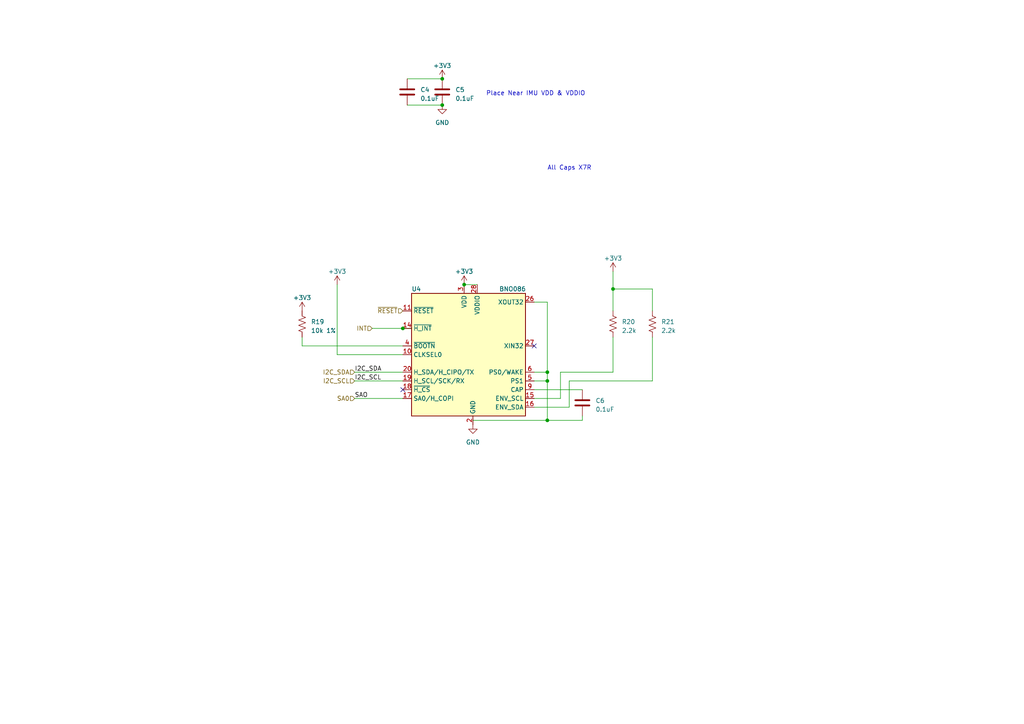
<source format=kicad_sch>
(kicad_sch (version 20230121) (generator eeschema)
  (paper "A4")
  (lib_symbols
    (symbol "Device:C" (pin_numbers hide) (pin_names (offset 0.254))
      (property "Reference" "C" (at 0.635 2.54 0))
      (property "Value" "C" (at 0.635 -2.54 0))
      (symbol "C_0_1"
        (polyline (pts (xy -2.032 -0.762) (xy 2.032 -0.762)) (stroke (width 0.508)))
        (polyline (pts (xy -2.032 0.762) (xy 2.032 0.762)) (stroke (width 0.508)))
      )
      (symbol "C_1_1"
        (pin passive line (at 0 3.81 270) (length 2.794) (name "~") (number "1"))
        (pin passive line (at 0 -3.81 90) (length 2.794) (name "~") (number "2"))
      )
    )
    (symbol "Device:R_US" (pin_numbers hide) (pin_names (offset 0))
      (property "Reference" "R" (at 2.54 0 90))
      (property "Value" "R_US" (at -2.54 0 90))
      (symbol "R_US_0_1"
        (polyline (pts (xy 0 -2.286) (xy 0 -2.54)))
        (polyline (pts (xy 0 2.286) (xy 0 2.54)))
        (polyline (pts (xy 0 -0.762) (xy 1.016 -1.143) (xy 0 -1.524) (xy -1.016 -1.905) (xy 0 -2.286)))
        (polyline (pts (xy 0 0.762) (xy 1.016 0.381) (xy 0 0) (xy -1.016 -0.381) (xy 0 -0.762)))
        (polyline (pts (xy 0 2.286) (xy 1.016 1.905) (xy 0 1.524) (xy -1.016 1.143) (xy 0 0.762)))
      )
      (symbol "R_US_1_1"
        (pin passive line (at 0 3.81 270) (length 1.27) (name "~") (number "1"))
        (pin passive line (at 0 -3.81 90) (length 1.27) (name "~") (number "2"))
      )
    )
    (symbol "Eros Tracker:BNO086"
      (property "Reference" "U?" (at -15.24 16.51 0))
      (property "Value" "BNO086" (at 15.24 16.51 0))
      (symbol "BNO086_0_1"
        (rectangle (start -17.78 15.24) (end 15.24 -20.32) (stroke (width 0.254)) (fill (type background)))
      )
      (symbol "BNO086_1_1"
        (pin no_connect line (at -17.78 7.62 0) (length 2.54) hide (name "PIN1") (number "1"))
        (pin input line (at -20.32 -2.54 0) (length 2.54) (name "CLKSEL0") (number "10"))
        (pin input line (at -20.32 10.16 0) (length 2.54) (name "~{RESET}") (number "11"))
        (pin no_connect line (at 15.24 10.16 180) (length 2.54) hide (name "PIN12") (number "12"))
        (pin no_connect line (at 15.24 7.62 180) (length 2.54) hide (name "PIN13") (number "13"))
        (pin output line (at -20.32 5.08 0) (length 2.54) (name "~{H_INT}") (number "14"))
        (pin bidirectional line (at 17.78 -15.24 180) (length 2.54) (name "ENV_SCL") (number "15"))
        (pin bidirectional line (at 17.78 -17.78 180) (length 2.54) (name "ENV_SDA") (number "16"))
        (pin input line (at -20.32 -15.24 0) (length 2.54) (name "SA0/H_COPI") (number "17"))
        (pin passive line (at -20.32 -12.7 0) (length 2.54) (name "~{H_CS}") (number "18"))
        (pin bidirectional line (at -20.32 -10.16 0) (length 2.54) (name "H_SCL/SCK/RX") (number "19"))
        (pin power_in line (at 0 -22.86 90) (length 2.54) (name "GND") (number "2"))
        (pin bidirectional line (at -20.32 -7.62 0) (length 2.54) (name "H_SDA/H_CIPO/TX") (number "20"))
        (pin no_connect line (at 15.24 5.08 180) (length 2.54) hide (name "PIN21") (number "21"))
        (pin no_connect line (at 15.24 2.54 180) (length 2.54) hide (name "PIN22") (number "22"))
        (pin no_connect line (at 15.24 -2.54 180) (length 2.54) hide (name "PIN23") (number "23"))
        (pin no_connect line (at 15.24 -5.08 180) (length 2.54) hide (name "PIN24") (number "24"))
        (pin power_in line (at 0 -22.86 90) (length 2.54) hide (name "GNDIO") (number "25"))
        (pin output line (at 17.78 12.7 180) (length 2.54) (name "XOUT32") (number "26"))
        (pin input line (at 17.78 0 180) (length 2.54) (name "XIN32") (number "27"))
        (pin power_in line (at 1.27 17.78 270) (length 2.54) (name "VDDIO") (number "28"))
        (pin power_in line (at -2.54 17.78 270) (length 2.54) (name "VDD") (number "3"))
        (pin input line (at -20.32 0 0) (length 2.54) (name "~{BOOTN}") (number "4"))
        (pin input line (at 17.78 -10.16 180) (length 2.54) (name "PS1") (number "5"))
        (pin input line (at 17.78 -7.62 180) (length 2.54) (name "PS0/WAKE") (number "6"))
        (pin no_connect line (at -17.78 2.54 0) (length 2.54) hide (name "PIN7") (number "7"))
        (pin no_connect line (at -17.78 -5.08 0) (length 2.54) hide (name "PIN8") (number "8"))
        (pin passive line (at 17.78 -12.7 180) (length 2.54) (name "CAP") (number "9"))
      )
    )
    (symbol "power:+3V3" (power) (pin_names (offset 0))
      (property "Value" "+3V3" (at 0 3.556 0))
      (symbol "+3V3_0_1"
        (polyline (pts (xy -0.762 1.27) (xy 0 2.54)))
        (polyline (pts (xy 0 0) (xy 0 2.54)))
        (polyline (pts (xy 0 2.54) (xy 0.762 1.27)))
      )
      (symbol "+3V3_1_1"
        (pin power_in line (at 0 0 90) (length 0) hide (name "+3V3") (number "1"))
      )
    )
    (symbol "power:GND" (power) (pin_names (offset 0))
      (property "Value" "GND" (at 0 -3.81 0))
      (symbol "GND_0_1"
        (polyline (pts (xy 0 0) (xy 0 -1.27) (xy 1.27 -1.27) (xy 0 -2.54) (xy -1.27 -1.27) (xy 0 -1.27)))
      )
      (symbol "GND_1_1"
        (pin power_in line (at 0 0 270) (length 0) hide (name "GND") (number "1"))
      )
    )
  )
  (junction (at 158.75 107.95))
  (junction (at 116.84 95.25))
  (junction (at 128.27 30.48))
  (junction (at 177.8 83.82))
  (junction (at 158.75 121.92))
  (junction (at 128.27 22.86))
  (junction (at 134.62 82.55))
  (junction (at 158.75 110.49))
  (no_connect (at 116.84 113.03))
  (no_connect (at 154.94 100.33))
  (wire (pts (xy 87.63 100.33) (xy 87.63 97.79)))
  (wire (pts (xy 154.94 113.03) (xy 168.91 113.03)))
  (wire (pts (xy 162.56 115.57) (xy 154.94 115.57)))
  (wire (pts (xy 134.62 82.55) (xy 138.43 82.55)))
  (wire (pts (xy 158.75 107.95) (xy 158.75 110.49)))
  (wire (pts (xy 162.56 107.95) (xy 162.56 115.57)))
  (wire (pts (xy 116.84 100.33) (xy 87.63 100.33)))
  (wire (pts (xy 102.87 110.49) (xy 116.84 110.49)))
  (wire (pts (xy 107.95 95.25) (xy 116.84 95.25)))
  (wire (pts (xy 97.79 102.87) (xy 116.84 102.87)))
  (wire (pts (xy 154.94 87.63) (xy 158.75 87.63)))
  (wire (pts (xy 97.79 82.55) (xy 97.79 102.87)))
  (wire (pts (xy 118.11 22.86) (xy 128.27 22.86)))
  (wire (pts (xy 189.23 110.49) (xy 165.1 110.49)))
  (wire (pts (xy 154.94 110.49) (xy 158.75 110.49)))
  (wire (pts (xy 118.11 30.48) (xy 128.27 30.48)))
  (wire (pts (xy 177.8 97.79) (xy 177.8 107.95)))
  (wire (pts (xy 189.23 97.79) (xy 189.23 110.49)))
  (wire (pts (xy 177.8 78.74) (xy 177.8 83.82)))
  (wire (pts (xy 165.1 110.49) (xy 165.1 118.11)))
  (wire (pts (xy 116.84 95.25) (xy 119.38 95.25)))
  (wire (pts (xy 189.23 90.17) (xy 189.23 83.82)))
  (wire (pts (xy 158.75 110.49) (xy 158.75 121.92)))
  (wire (pts (xy 158.75 87.63) (xy 158.75 107.95)))
  (wire (pts (xy 158.75 121.92) (xy 168.91 121.92)))
  (wire (pts (xy 102.87 115.57) (xy 116.84 115.57)))
  (wire (pts (xy 168.91 120.65) (xy 168.91 121.92)))
  (wire (pts (xy 137.16 121.92) (xy 158.75 121.92)))
  (wire (pts (xy 165.1 118.11) (xy 154.94 118.11)))
  (wire (pts (xy 177.8 83.82) (xy 189.23 83.82)))
  (wire (pts (xy 177.8 107.95) (xy 162.56 107.95)))
  (wire (pts (xy 177.8 83.82) (xy 177.8 90.17)))
  (wire (pts (xy 102.87 107.95) (xy 116.84 107.95)))
  (wire (pts (xy 154.94 107.95) (xy 158.75 107.95)))
  (text "Place Near IMU VDD & VDDIO\n" (at 140.97 27.94 0) (effects (font (size 1.27 1.27)) (justify left bottom)))
  (text "All Caps X7R" (at 158.75 49.53 0) (effects (font (size 1.27 1.27)) (justify left bottom)))
  (label "I2C_SCL" (at 102.87 110.49 0))
  (label "I2C_SDA" (at 102.87 107.95 0))
  (label "SAO" (at 102.87 115.57 0))
  (hierarchical_label "~{RESET}" (shape input) (at 116.84 90.17 180) (property "Intersheetrefs" "${INTERSHEET_REFS}" (effects hide)))
  (hierarchical_label "SA0" (shape input) (at 102.87 115.57 180) (property "Intersheetrefs" "${INTERSHEET_REFS}" (effects hide)))
  (hierarchical_label "I2C_SCL" (shape input) (at 102.87 110.49 180) (property "Intersheetrefs" "${INTERSHEET_REFS}" (effects hide)))
  (hierarchical_label "INT" (shape input) (at 107.95 95.25 180))
  (hierarchical_label "I2C_SDA" (shape input) (at 102.87 107.95 180) (property "Intersheetrefs" "${INTERSHEET_REFS}" (effects hide)))
  (symbol (lib_id "power:GND") (at 128.27 30.48 0) (unit 1)
    (property "Reference" "#PWR036" (effects hide))
    (property "Value" "GND" (at 128.27 35.56 0))
  )
  (symbol (lib_id "Device:R_US") (at 177.8 93.98 0) (unit 1)
    (property "Reference" "R20" (at 180.34 93.345 0) (effects (justify left)))
    (property "Value" "2.2k" (at 180.34 95.885 0) (effects (justify left)))
    (property "Footprint" "Resistor_SMD:R_0805_2012Metric" (effects hide))
    (property "Datasheet" "https://www.mouser.com/datasheet/2/447/PYu_RT_1_to_0_01_RoHS_L_12-3003070.pdf" (effects hide))
    (property "Manufacturer_Name" "YAGEO" (effects hide))
    (property "Manufacturer_Part_Number" "RT0805FRE132K2L" (effects hide))
    (property "Mouser Part Number" "603-RT0805FRE132K2L" (effects hide))
    (property "Mouser Price/Stock" "https://www.mouser.com/ProductDetail/YAGEO/RT0805FRE132K2L?qs=1mbolxNpo8exiBAxJ2f5fA%3D%3D" (effects hide))
  )
  (symbol (lib_id "Device:C") (at 168.91 116.84 0) (unit 1)
    (property "Reference" "C6" (at 172.72 116.205 0) (effects (justify left)))
    (property "Value" "0.1uF" (at 172.72 118.745 0) (effects (justify left)))
    (property "Footprint" "Capacitor_SMD:C_0805_2012Metric" (effects hide))
    (property "Datasheet" "https://www.mouser.com/datasheet/2/585/MLCC-1837944.pdf" (effects hide))
    (property "Manufacturer_Name" "Samsung" (effects hide))
    (property "Manufacturer_Part_Number" "CL21B104MACNNNC" (effects hide))
    (property "Mouser Part Number" "187-CL21B104MACNNNC" (effects hide))
    (property "Mouser Price/Stock" "https://www.mouser.com/ProductDetail/Samsung-Electro-Mechanics/CL21B104MACNNNC?qs=xZ%2FP%252Ba9zWqbIolF6La19LA%3D%3D" (effects hide))
  )
  (symbol (lib_id "Eros Tracker:BNO086") (at 137.16 100.33 0) (unit 1)
    (property "Reference" "U4" (at 119.38 83.82 0) (effects (justify left)))
    (property "Value" "BNO086" (at 144.78 83.82 0) (effects (justify left)))
    (property "Footprint" "Package_LGA:LGA-28_5.2x3.8mm_P0.5mm" (effects hide))
    (property "Datasheet" "https://www.ceva-dsp.com/wp-content/uploads/2019/10/BNO080_085-Datasheet.pdf" (effects hide))
    (property "Manufacturer_Name" "CEVA Technologies" (effects hide))
    (property "Manufacturer_Part_Number" "BNO086" (effects hide))
    (property "DigiKey Part Number" "1888-BNO086CT-ND" (effects hide))
    (property "DigiKey Price/Stock" "https://www.digikey.com/en/products/detail/ceva-technologies-inc/BNO086/14114190?utm_adgroup=Sensors%20%26%20Transducers&utm_source=google&utm_medium=cpc&utm_campaign=Dynamic%20Search_EN_Product&utm_term=&utm_content=Sensors%20%26%20Transducers&gclid=Cj0KCQjwyLGjBhDKARIsAFRNgW-RKjzLnx-KZhfGDawvKbtmDkwMRNEo6ZQ7mXlv3atltSMxu2Xz7RMaAiJyEALw_wcB" (effects hide))
  )
  (symbol (lib_id "Device:C") (at 118.11 26.67 0) (unit 1)
    (property "Reference" "C4" (at 121.92 26.035 0) (effects (justify left)))
    (property "Value" "0.1uF" (at 121.92 28.575 0) (effects (justify left)))
    (property "Footprint" "Capacitor_SMD:C_0805_2012Metric" (effects hide))
    (property "Datasheet" "https://www.mouser.com/datasheet/2/585/MLCC-1837944.pdf" (effects hide))
    (property "Manufacturer_Name" "Samsung" (effects hide))
    (property "Manufacturer_Part_Number" "CL21B104MACNNNC" (effects hide))
    (property "Mouser Part Number" "187-CL21B104MACNNNC" (effects hide))
    (property "Mouser Price/Stock" "https://www.mouser.com/ProductDetail/Samsung-Electro-Mechanics/CL21B104MACNNNC?qs=xZ%2FP%252Ba9zWqbIolF6La19LA%3D%3D" (effects hide))
  )
  (symbol (lib_id "power:+3V3") (at 177.8 78.74 0) (unit 1)
    (property "Reference" "#PWR039" (effects hide))
    (property "Value" "+3V3" (at 177.8 74.93 0))
  )
  (symbol (lib_id "power:GND") (at 137.16 123.19 0) (unit 1)
    (property "Reference" "#PWR038" (effects hide))
    (property "Value" "GND" (at 137.16 128.27 0))
  )
  (symbol (lib_id "power:+3V3") (at 134.62 82.55 0) (unit 1)
    (property "Reference" "#PWR037" (effects hide))
    (property "Value" "+3V3" (at 134.62 78.74 0))
  )
  (symbol (lib_id "power:+3V3") (at 87.63 90.17 0) (unit 1)
    (property "Reference" "#PWR033" (effects hide))
    (property "Value" "+3V3" (at 87.63 86.36 0))
  )
  (symbol (lib_id "Device:C") (at 128.27 26.67 0) (unit 1)
    (property "Reference" "C5" (at 132.08 26.035 0) (effects (justify left)))
    (property "Value" "0.1uF" (at 132.08 28.575 0) (effects (justify left)))
    (property "Footprint" "Capacitor_SMD:C_0805_2012Metric" (effects hide))
    (property "Datasheet" "https://www.mouser.com/datasheet/2/585/MLCC-1837944.pdf" (effects hide))
    (property "Manufacturer_Name" "Samsung" (effects hide))
    (property "Manufacturer_Part_Number" "CL21B104MACNNNC" (effects hide))
    (property "Mouser Part Number" "187-CL21B104MACNNNC" (effects hide))
    (property "Mouser Price/Stock" "https://www.mouser.com/ProductDetail/Samsung-Electro-Mechanics/CL21B104MACNNNC?qs=xZ%2FP%252Ba9zWqbIolF6La19LA%3D%3D" (effects hide))
  )
  (symbol (lib_id "power:+3V3") (at 97.79 82.55 0) (unit 1)
    (property "Reference" "#PWR034" (effects hide))
    (property "Value" "+3V3" (at 97.79 78.74 0))
  )
  (symbol (lib_id "Device:R_US") (at 87.63 93.98 0) (unit 1)
    (property "Reference" "R19" (at 90.17 93.345 0) (effects (justify left)))
    (property "Value" "10k 1%" (at 90.17 95.885 0) (effects (justify left)))
    (property "Footprint" "Resistor_SMD:R_0805_2012Metric" (effects hide))
    (property "Datasheet" "https://www.mouser.com/datasheet/2/447/PYu_RT_1_to_0_01_RoHS_L_12-3003070.pdf" (effects hide))
    (property "Manufacturer_Name" "YAGEO" (effects hide))
    (property "Manufacturer_Part_Number" "RT0805FRE0710KL" (effects hide))
    (property "Mouser Part Number" "603-RT0805FRE0710KL" (effects hide))
    (property "Mouser Price/Stock" "https://www.mouser.com/ProductDetail/YAGEO/RT0805FRE0710KL?qs=Fz%2FrpjPuTcHcdP0eDiVtNg%3D%3D" (effects hide))
  )
  (symbol (lib_id "Device:R_US") (at 189.23 93.98 0) (unit 1)
    (property "Reference" "R21" (at 191.77 93.345 0) (effects (justify left)))
    (property "Value" "2.2k" (at 191.77 95.885 0) (effects (justify left)))
    (property "Footprint" "Resistor_SMD:R_0805_2012Metric" (effects hide))
    (property "Datasheet" "https://www.mouser.com/datasheet/2/447/PYu_RT_1_to_0_01_RoHS_L_12-3003070.pdf" (effects hide))
    (property "Manufacturer_Name" "YAGEO" (effects hide))
    (property "Manufacturer_Part_Number" "RT0805FRE132K2L" (effects hide))
    (property "Mouser Part Number" "603-RT0805FRE132K2L" (effects hide))
    (property "Mouser Price/Stock" "https://www.mouser.com/ProductDetail/YAGEO/RT0805FRE132K2L?qs=1mbolxNpo8exiBAxJ2f5fA%3D%3D" (effects hide))
  )
  (symbol (lib_id "power:+3V3") (at 128.27 22.86 0) (unit 1)
    (property "Reference" "#PWR035" (effects hide))
    (property "Value" "+3V3" (at 128.27 19.05 0))
  )
)
</source>
